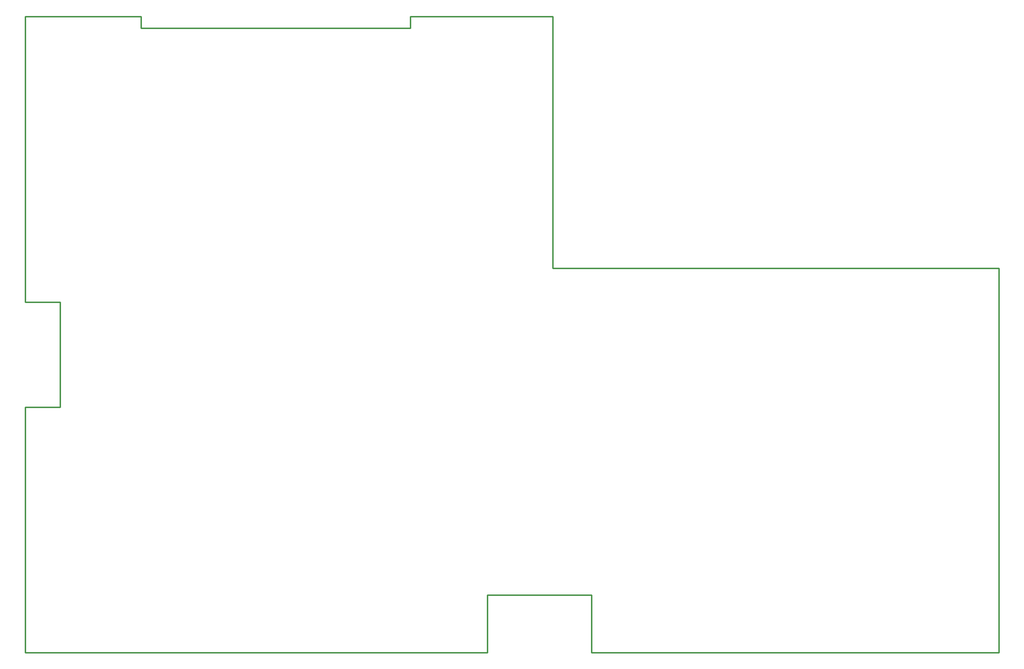
<source format=gbr>
G04 EAGLE Gerber RS-274X export*
G75*
%MOMM*%
%FSLAX34Y34*%
%LPD*%
%IN*%
%IPPOS*%
%AMOC8*
5,1,8,0,0,1.08239X$1,22.5*%
G01*
G04 Define Apertures*
%ADD10C,0.254000*%
D10*
X0Y0D02*
X808000Y0D01*
X808000Y100000D01*
X990000Y100000D01*
X990000Y0D01*
X1702000Y0D01*
X1702000Y672000D01*
X922000Y672000D01*
X922000Y1112000D01*
X673100Y1112000D01*
X673100Y1092200D01*
X202780Y1092200D01*
X202780Y1112000D01*
X0Y1112000D01*
X0Y612587D01*
X60842Y612587D01*
X60842Y428767D01*
X0Y428767D01*
X0Y0D01*
M02*

</source>
